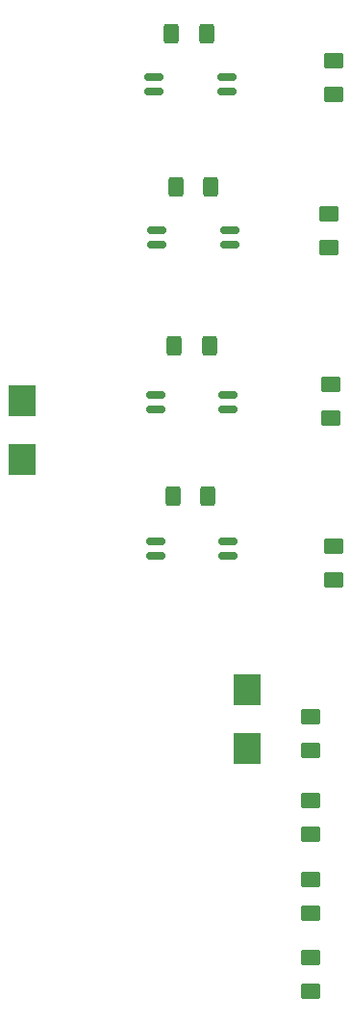
<source format=gbr>
%TF.GenerationSoftware,KiCad,Pcbnew,(6.0.4)*%
%TF.CreationDate,2023-07-24T12:17:23-04:00*%
%TF.ProjectId,BREAD_Slice,42524541-445f-4536-9c69-63652e6b6963,rev?*%
%TF.SameCoordinates,Original*%
%TF.FileFunction,Paste,Bot*%
%TF.FilePolarity,Positive*%
%FSLAX46Y46*%
G04 Gerber Fmt 4.6, Leading zero omitted, Abs format (unit mm)*
G04 Created by KiCad (PCBNEW (6.0.4)) date 2023-07-24 12:17:23*
%MOMM*%
%LPD*%
G01*
G04 APERTURE LIST*
G04 Aperture macros list*
%AMRoundRect*
0 Rectangle with rounded corners*
0 $1 Rounding radius*
0 $2 $3 $4 $5 $6 $7 $8 $9 X,Y pos of 4 corners*
0 Add a 4 corners polygon primitive as box body*
4,1,4,$2,$3,$4,$5,$6,$7,$8,$9,$2,$3,0*
0 Add four circle primitives for the rounded corners*
1,1,$1+$1,$2,$3*
1,1,$1+$1,$4,$5*
1,1,$1+$1,$6,$7*
1,1,$1+$1,$8,$9*
0 Add four rect primitives between the rounded corners*
20,1,$1+$1,$2,$3,$4,$5,0*
20,1,$1+$1,$4,$5,$6,$7,0*
20,1,$1+$1,$6,$7,$8,$9,0*
20,1,$1+$1,$8,$9,$2,$3,0*%
G04 Aperture macros list end*
%ADD10R,2.350000X2.770000*%
%ADD11RoundRect,0.250000X-0.625000X0.462500X-0.625000X-0.462500X0.625000X-0.462500X0.625000X0.462500X0*%
%ADD12RoundRect,0.250000X-0.400000X-0.625000X0.400000X-0.625000X0.400000X0.625000X-0.400000X0.625000X0*%
%ADD13RoundRect,0.150000X-0.662500X-0.150000X0.662500X-0.150000X0.662500X0.150000X-0.662500X0.150000X0*%
G04 APERTURE END LIST*
D10*
%TO.C,C2*%
X154604000Y-107826000D03*
X154604000Y-102686000D03*
%TD*%
%TO.C,C1*%
X134792000Y-82426000D03*
X134792000Y-77286000D03*
%TD*%
D11*
%TO.C,D1*%
X162224000Y-47380500D03*
X162224000Y-50355500D03*
%TD*%
%TO.C,D2*%
X161970000Y-75828500D03*
X161970000Y-78803500D03*
%TD*%
%TO.C,D3*%
X161843000Y-60842500D03*
X161843000Y-63817500D03*
%TD*%
%TO.C,D4*%
X162224000Y-90052500D03*
X162224000Y-93027500D03*
%TD*%
%TO.C,D5*%
X160192000Y-126247500D03*
X160192000Y-129222500D03*
%TD*%
%TO.C,D6*%
X160192000Y-119389500D03*
X160192000Y-122364500D03*
%TD*%
%TO.C,D7*%
X160192000Y-112404500D03*
X160192000Y-115379500D03*
%TD*%
%TO.C,D8*%
X160192000Y-105038500D03*
X160192000Y-108013500D03*
%TD*%
D12*
%TO.C,R1*%
X147974000Y-45058000D03*
X151074000Y-45058000D03*
%TD*%
%TO.C,R2*%
X148228000Y-72490000D03*
X151328000Y-72490000D03*
%TD*%
%TO.C,R3*%
X148355000Y-58520000D03*
X151455000Y-58520000D03*
%TD*%
%TO.C,R4*%
X148101000Y-85698000D03*
X151201000Y-85698000D03*
%TD*%
D13*
%TO.C,U1*%
X146463500Y-50138000D03*
X146463500Y-48868000D03*
X152838500Y-48868000D03*
X152838500Y-50138000D03*
%TD*%
%TO.C,U2*%
X146590500Y-78078000D03*
X146590500Y-76808000D03*
X152965500Y-76808000D03*
X152965500Y-78078000D03*
%TD*%
%TO.C,U3*%
X146717500Y-63600000D03*
X146717500Y-62330000D03*
X153092500Y-62330000D03*
X153092500Y-63600000D03*
%TD*%
%TO.C,U4*%
X146590500Y-90905000D03*
X146590500Y-89635000D03*
X152965500Y-89635000D03*
X152965500Y-90905000D03*
%TD*%
M02*

</source>
